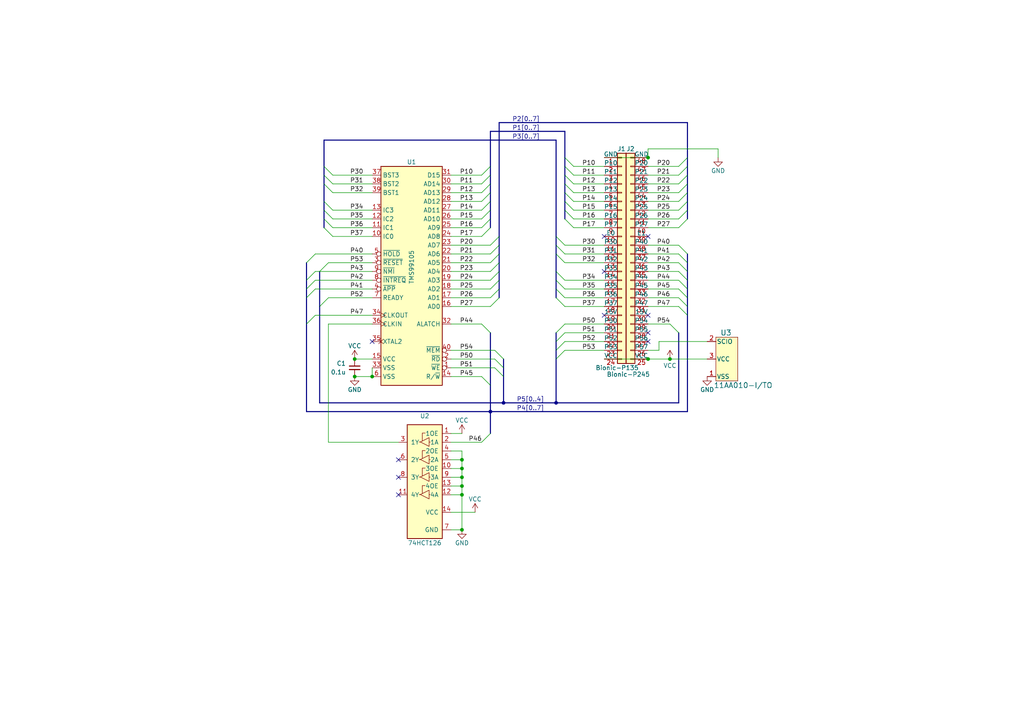
<source format=kicad_sch>
(kicad_sch (version 20230121) (generator eeschema)
  (paper "A4")
  (title_block (title "BionicTMS99105") (date "2022-01-19") (rev "1") (company "Tadashi G. Takaoka"))
  (lib_symbols
    (symbol "0-LocalLibrary:11AA010-I_TO" (pin_names (offset 0.254))
      (property "Reference" "U" (at 2.54 1.27 0))
      (property "Value" "11AA010-I/TO" (at 3.81 -13.97 0))
      (symbol "11AA010-I_TO_1_1"
        (rectangle (start 0 0) (end 6.35 -12.7) (fill (type background)))
        (pin power_in line (at -2.54 -11.43 0) (length 2.54) (name "VSS") (number "1"))
        (pin bidirectional line (at -2.54 -1.27 0) (length 2.54) (name "SCIO") (number "2"))
        (pin power_in line (at -2.54 -6.35 0) (length 2.54) (name "VCC") (number "3"))
      )
    )
    (symbol "0-LocalLibrary:74HCT126" (pin_names (offset 1.016))
      (property "Reference" "U" (at 0 16.51 0))
      (property "Value" "74HCT126" (at 0 -19.05 0))
      (symbol "74HCT126_0_1"
        (polyline (pts (xy -1.2954 10.2108) (xy -1.6002 10.2108)))
        (polyline (pts (xy 1.2954 10.2362) (xy 1.651 10.2362)))
        (polyline (pts (xy 0.7112 10.5664) (xy 0.7112 12.827) (xy -0.127 12.827) (xy -0.1016 12.827)))
      )
      (symbol "74HCT126_1_0"
        (polyline (pts (xy 1.27 10.2362) (xy -1.27 11.5062) (xy -1.27 8.9662) (xy 1.27 10.2362)) (stroke (width 0.1524)))
        (pin input line (at -7.62 12.7 0) (length 2.54) (name "1OE") (number "1"))
        (pin input line (at -7.62 2.54 0) (length 2.54) (name "3OE") (number "10"))
        (pin tri_state line (at 7.62 -5.08 180) (length 2.54) (name "4Y") (number "11"))
        (pin input line (at -7.62 -5.08 0) (length 2.54) (name "4A") (number "12"))
        (pin input line (at -7.62 -2.54 0) (length 2.54) (name "4OE") (number "13"))
        (pin power_in line (at -7.62 -10.16 0) (length 2.54) (name "VCC") (number "14"))
        (pin input line (at -7.62 10.16 0) (length 2.54) (name "1A") (number "2"))
        (pin tri_state line (at 7.62 10.16 180) (length 2.54) (name "1Y") (number "3"))
        (pin input line (at -7.62 7.62 0) (length 2.54) (name "2OE") (number "4"))
        (pin input line (at -7.62 5.08 0) (length 2.54) (name "2A") (number "5"))
        (pin tri_state line (at 7.62 5.08 180) (length 2.54) (name "2Y") (number "6"))
        (pin power_in line (at -7.62 -15.24 0) (length 2.54) (name "GND") (number "7"))
        (pin tri_state line (at 7.62 0 180) (length 2.54) (name "3Y") (number "8"))
        (pin input line (at -7.62 0 0) (length 2.54) (name "3A") (number "9"))
      )
      (symbol "74HCT126_1_1"
        (rectangle (start -5.08 15.24) (end 5.08 -17.78) (stroke (width 0.254)) (fill (type background)))
        (polyline (pts (xy -1.2954 -5.0292) (xy -1.6002 -5.0292)))
        (polyline (pts (xy -1.2954 0.0508) (xy -1.6002 0.0508)))
        (polyline (pts (xy -1.2954 5.1308) (xy -1.6002 5.1308)))
        (polyline (pts (xy 1.2954 -5.0038) (xy 1.651 -5.0038)))
        (polyline (pts (xy 1.2954 0.0762) (xy 1.651 0.0762)))
        (polyline (pts (xy 1.2954 5.1562) (xy 1.651 5.1562)))
        (polyline (pts (xy 0.7112 -4.6736) (xy 0.7112 -2.413) (xy -0.127 -2.413) (xy -0.1016 -2.413)))
        (polyline (pts (xy 0.7112 0.4064) (xy 0.7112 2.667) (xy -0.127 2.667) (xy -0.1016 2.667)))
        (polyline (pts (xy 0.7112 5.4864) (xy 0.7112 7.747) (xy -0.127 7.747) (xy -0.1016 7.747)))
        (polyline (pts (xy 1.27 -5.0038) (xy -1.27 -3.7338) (xy -1.27 -6.2738) (xy 1.27 -5.0038)) (stroke (width 0.1524)))
        (polyline (pts (xy 1.27 0.0762) (xy -1.27 1.3462) (xy -1.27 -1.1938) (xy 1.27 0.0762)) (stroke (width 0.1524)))
        (polyline (pts (xy 1.27 5.1562) (xy -1.27 6.4262) (xy -1.27 3.8862) (xy 1.27 5.1562)) (stroke (width 0.1524)))
      )
    )
    (symbol "0-LocalLibrary:Bionic-P135" (pin_names (offset 0))
      (property "Reference" "J" (at 0 30.48 0))
      (property "Value" "Bionic-P135" (at -1.27 -33.02 0))
      (symbol "Bionic-P135_1_1"
        (rectangle (start -1.27 -30.353) (end 0 -30.607) (stroke (width 0.1524)))
        (rectangle (start -1.27 -27.813) (end 0 -28.067) (stroke (width 0.1524)))
        (rectangle (start -1.27 -25.273) (end 0 -25.527) (stroke (width 0.1524)))
        (rectangle (start -1.27 -22.733) (end 0 -22.987) (stroke (width 0.1524)))
        (rectangle (start -1.27 -20.193) (end 0 -20.447) (stroke (width 0.1524)))
        (rectangle (start -1.27 -17.653) (end 0 -17.907) (stroke (width 0.1524)))
        (rectangle (start -1.27 -15.113) (end 0 -15.367) (stroke (width 0.1524)))
        (rectangle (start -1.27 -12.573) (end 0 -12.827) (stroke (width 0.1524)))
        (rectangle (start -1.27 -10.033) (end 0 -10.287) (stroke (width 0.1524)))
        (rectangle (start -1.27 -7.493) (end 0 -7.747) (stroke (width 0.1524)))
        (rectangle (start -1.27 -4.953) (end 0 -5.207) (stroke (width 0.1524)))
        (rectangle (start -1.27 -2.413) (end 0 -2.667) (stroke (width 0.1524)))
        (rectangle (start -1.27 0.127) (end 0 -0.127) (stroke (width 0.1524)))
        (rectangle (start -1.27 2.667) (end 0 2.413) (stroke (width 0.1524)))
        (rectangle (start -1.27 5.207) (end 0 4.953) (stroke (width 0.1524)))
        (rectangle (start -1.27 7.747) (end 0 7.493) (stroke (width 0.1524)))
        (rectangle (start -1.27 10.287) (end 0 10.033) (stroke (width 0.1524)))
        (rectangle (start -1.27 12.827) (end 0 12.573) (stroke (width 0.1524)))
        (rectangle (start -1.27 15.367) (end 0 15.113) (stroke (width 0.1524)))
        (rectangle (start -1.27 17.907) (end 0 17.653) (stroke (width 0.1524)))
        (rectangle (start -1.27 20.447) (end 0 20.193) (stroke (width 0.1524)))
        (rectangle (start -1.27 22.987) (end 0 22.733) (stroke (width 0.1524)))
        (rectangle (start -1.27 25.527) (end 0 25.273) (stroke (width 0.1524)))
        (rectangle (start -1.27 28.067) (end 0 27.813) (stroke (width 0.1524)))
        (rectangle (start -1.27 29.21) (end 1.27 -31.75) (stroke (width 0.254)) (fill (type background)))
        (pin power_out line (at -5.08 27.94 0) (length 3.81) (name "GND") (number "1"))
        (pin bidirectional line (at -5.08 5.08 0) (length 3.81) (name "E0") (number "10"))
        (pin bidirectional line (at -5.08 2.54 0) (length 3.81) (name "P30") (number "11"))
        (pin bidirectional line (at -5.08 0 0) (length 3.81) (name "P31") (number "12"))
        (pin bidirectional line (at -5.08 -2.54 0) (length 3.81) (name "P32") (number "13"))
        (pin bidirectional line (at -5.08 -5.08 0) (length 3.81) (name "P33") (number "14"))
        (pin bidirectional line (at -5.08 -7.62 0) (length 3.81) (name "P34") (number "15"))
        (pin bidirectional line (at -5.08 -10.16 0) (length 3.81) (name "P35") (number "16"))
        (pin bidirectional line (at -5.08 -12.7 0) (length 3.81) (name "P36") (number "17"))
        (pin bidirectional line (at -5.08 -15.24 0) (length 3.81) (name "P37") (number "18"))
        (pin power_out line (at -5.08 -17.78 0) (length 3.81) (name "15V") (number "19"))
        (pin bidirectional line (at -5.08 25.4 0) (length 3.81) (name "P10") (number "2"))
        (pin bidirectional line (at -5.08 -20.32 0) (length 3.81) (name "P50") (number "20"))
        (pin bidirectional line (at -5.08 -22.86 0) (length 3.81) (name "P51") (number "21"))
        (pin bidirectional line (at -5.08 -25.4 0) (length 3.81) (name "P52") (number "22"))
        (pin bidirectional line (at -5.08 -27.94 0) (length 3.81) (name "P53") (number "23"))
        (pin power_out line (at -5.08 -30.48 0) (length 3.81) (name "VCC") (number "24"))
        (pin bidirectional line (at -5.08 22.86 0) (length 3.81) (name "P11") (number "3"))
        (pin bidirectional line (at -5.08 20.32 0) (length 3.81) (name "P12") (number "4"))
        (pin bidirectional line (at -5.08 17.78 0) (length 3.81) (name "P13") (number "5"))
        (pin bidirectional line (at -5.08 15.24 0) (length 3.81) (name "P14") (number "6"))
        (pin bidirectional line (at -5.08 12.7 0) (length 3.81) (name "P15") (number "7"))
        (pin bidirectional line (at -5.08 10.16 0) (length 3.81) (name "P16") (number "8"))
        (pin bidirectional line (at -5.08 7.62 0) (length 3.81) (name "P17") (number "9"))
      )
    )
    (symbol "0-LocalLibrary:Bionic-P245" (pin_names (offset 0))
      (property "Reference" "J" (at -3.81 30.48 0))
      (property "Value" "Bionic-P245" (at -1.27 -33.02 0))
      (symbol "Bionic-P245_1_1"
        (rectangle (start -5.08 -31.75) (end -2.54 29.21) (stroke (width 0.254)) (fill (type background)))
        (rectangle (start -3.81 -30.607) (end -2.54 -30.353) (stroke (width 0.1524)))
        (rectangle (start -3.81 -28.067) (end -2.54 -27.813) (stroke (width 0.1524)))
        (rectangle (start -3.81 -25.527) (end -2.54 -25.273) (stroke (width 0.1524)))
        (rectangle (start -3.81 -22.987) (end -2.54 -22.733) (stroke (width 0.1524)))
        (rectangle (start -3.81 -20.447) (end -2.54 -20.193) (stroke (width 0.1524)))
        (rectangle (start -3.81 -17.907) (end -2.54 -17.653) (stroke (width 0.1524)))
        (rectangle (start -3.81 -15.367) (end -2.54 -15.113) (stroke (width 0.1524)))
        (rectangle (start -3.81 -12.827) (end -2.54 -12.573) (stroke (width 0.1524)))
        (rectangle (start -3.81 -10.287) (end -2.54 -10.033) (stroke (width 0.1524)))
        (rectangle (start -3.81 -7.747) (end -2.54 -7.493) (stroke (width 0.1524)))
        (rectangle (start -3.81 -5.207) (end -2.54 -4.953) (stroke (width 0.1524)))
        (rectangle (start -3.81 -2.667) (end -2.54 -2.413) (stroke (width 0.1524)))
        (rectangle (start -3.81 -0.127) (end -2.54 0.127) (stroke (width 0.1524)))
        (rectangle (start -3.81 2.413) (end -2.54 2.667) (stroke (width 0.1524)))
        (rectangle (start -3.81 4.953) (end -2.54 5.207) (stroke (width 0.1524)))
        (rectangle (start -3.81 7.493) (end -2.54 7.747) (stroke (width 0.1524)))
        (rectangle (start -3.81 10.033) (end -2.54 10.287) (stroke (width 0.1524)))
        (rectangle (start -3.81 12.573) (end -2.54 12.827) (stroke (width 0.1524)))
        (rectangle (start -3.81 15.113) (end -2.54 15.367) (stroke (width 0.1524)))
        (rectangle (start -3.81 17.653) (end -2.54 17.907) (stroke (width 0.1524)))
        (rectangle (start -3.81 20.193) (end -2.54 20.447) (stroke (width 0.1524)))
        (rectangle (start -3.81 22.733) (end -2.54 22.987) (stroke (width 0.1524)))
        (rectangle (start -3.81 25.273) (end -2.54 25.527) (stroke (width 0.1524)))
        (rectangle (start -3.81 27.813) (end -2.54 28.067) (stroke (width 0.1524)))
        (pin power_in line (at 1.27 -30.48 180) (length 3.81) (name "VCC") (number "25"))
        (pin bidirectional line (at 1.27 -27.94 180) (length 3.81) (name "P57") (number "26"))
        (pin bidirectional line (at 1.27 -25.4 180) (length 3.81) (name "P56") (number "27"))
        (pin bidirectional line (at 1.27 -22.86 180) (length 3.81) (name "P55") (number "28"))
        (pin bidirectional line (at 1.27 -20.32 180) (length 3.81) (name "P54") (number "29"))
        (pin power_in line (at 1.27 -17.78 180) (length 3.81) (name "15V") (number "30"))
        (pin bidirectional line (at 1.27 -15.24 180) (length 3.81) (name "P47") (number "31"))
        (pin bidirectional line (at 1.27 -12.7 180) (length 3.81) (name "P46") (number "32"))
        (pin bidirectional line (at 1.27 -10.16 180) (length 3.81) (name "P45") (number "33"))
        (pin bidirectional line (at 1.27 -7.62 180) (length 3.81) (name "P44") (number "34"))
        (pin bidirectional line (at 1.27 -5.08 180) (length 3.81) (name "P43") (number "35"))
        (pin bidirectional line (at 1.27 -2.54 180) (length 3.81) (name "P42") (number "36"))
        (pin bidirectional line (at 1.27 0 180) (length 3.81) (name "P41") (number "37"))
        (pin bidirectional line (at 1.27 2.54 180) (length 3.81) (name "P40") (number "38"))
        (pin bidirectional line (at 1.27 5.08 180) (length 3.81) (name "E1") (number "39"))
        (pin bidirectional line (at 1.27 7.62 180) (length 3.81) (name "P27") (number "40"))
        (pin bidirectional line (at 1.27 10.16 180) (length 3.81) (name "P26") (number "41"))
        (pin bidirectional line (at 1.27 12.7 180) (length 3.81) (name "P25") (number "42"))
        (pin bidirectional line (at 1.27 15.24 180) (length 3.81) (name "P24") (number "43"))
        (pin bidirectional line (at 1.27 17.78 180) (length 3.81) (name "P23") (number "44"))
        (pin bidirectional line (at 1.27 20.32 180) (length 3.81) (name "P22") (number "45"))
        (pin bidirectional line (at 1.27 22.86 180) (length 3.81) (name "P21") (number "46"))
        (pin bidirectional line (at 1.27 25.4 180) (length 3.81) (name "P20") (number "47"))
        (pin power_in line (at 1.27 27.94 180) (length 3.81) (name "GND") (number "48"))
      )
    )
    (symbol "0-LocalLibrary:TMS99105"
      (property "Reference" "U" (at -1.27 31.75 0))
      (property "Value" "TMS99105" (at 0 -3.81 90))
      (symbol "TMS99105_0_1"
        (rectangle (start -8.89 -33.02) (end 8.89 30.48) (stroke (width 0.254)) (fill (type background)))
      )
      (symbol "TMS99105_1_1"
        (pin output inverted (at 11.43 -27.94 180) (length 2.54) (name "~{WE}") (number "1"))
        (pin input line (at -11.43 10.16 0) (length 2.54) (name "IC0") (number "10"))
        (pin input line (at -11.43 12.7 0) (length 2.54) (name "IC1") (number "11"))
        (pin input line (at -11.43 15.24 0) (length 2.54) (name "IC2") (number "12"))
        (pin input line (at -11.43 17.78 0) (length 2.54) (name "IC3") (number "13"))
        (pin output line (at 11.43 -30.48 180) (length 2.54) (name "R/~{W}") (number "14"))
        (pin power_in line (at -11.43 -25.4 0) (length 2.54) (name "VCC") (number "15"))
        (pin bidirectional line (at 11.43 -10.16 180) (length 2.54) (name "AD0") (number "16"))
        (pin bidirectional line (at 11.43 -7.62 180) (length 2.54) (name "AD1") (number "17"))
        (pin bidirectional line (at 11.43 -5.08 180) (length 2.54) (name "AD2") (number "18"))
        (pin bidirectional line (at 11.43 -2.54 180) (length 2.54) (name "AD3") (number "19"))
        (pin output inverted (at 11.43 -25.4 180) (length 2.54) (name "~{RD}") (number "2"))
        (pin bidirectional line (at 11.43 0 180) (length 2.54) (name "AD4") (number "20"))
        (pin bidirectional line (at 11.43 2.54 180) (length 2.54) (name "AD5") (number "21"))
        (pin bidirectional line (at 11.43 5.08 180) (length 2.54) (name "AD6") (number "22"))
        (pin bidirectional line (at 11.43 7.62 180) (length 2.54) (name "AD7") (number "23"))
        (pin bidirectional line (at 11.43 10.16 180) (length 2.54) (name "AD8") (number "24"))
        (pin bidirectional line (at 11.43 12.7 180) (length 2.54) (name "AD9") (number "25"))
        (pin bidirectional line (at 11.43 15.24 180) (length 2.54) (name "AD10") (number "26"))
        (pin bidirectional line (at 11.43 17.78 180) (length 2.54) (name "AD11") (number "27"))
        (pin bidirectional line (at 11.43 20.32 180) (length 2.54) (name "AD12") (number "28"))
        (pin bidirectional line (at 11.43 22.86 180) (length 2.54) (name "AD13") (number "29"))
        (pin input inverted (at -11.43 2.54 0) (length 2.54) (name "~{RESET}") (number "3"))
        (pin bidirectional line (at 11.43 25.4 180) (length 2.54) (name "AD14") (number "30"))
        (pin bidirectional line (at 11.43 27.94 180) (length 2.54) (name "D15") (number "31"))
        (pin output line (at 11.43 -15.24 180) (length 2.54) (name "ALATCH") (number "32"))
        (pin power_in line (at -11.43 -27.94 0) (length 2.54) (name "VSS") (number "33"))
        (pin output clock (at -11.43 -12.7 0) (length 2.54) (name "CLKOUT") (number "34"))
        (pin passive non_logic (at -11.43 -20.32 0) (length 2.54) (name "XTAL2") (number "35"))
        (pin input clock (at -11.43 -15.24 0) (length 2.54) (name "CLKIN") (number "36"))
        (pin output line (at -11.43 27.94 0) (length 2.54) (name "BST3") (number "37"))
        (pin output line (at -11.43 25.4 0) (length 2.54) (name "BST2") (number "38"))
        (pin output line (at -11.43 22.86 0) (length 2.54) (name "BST1") (number "39"))
        (pin input inverted (at -11.43 -5.08 0) (length 2.54) (name "~{APP}") (number "4"))
        (pin output inverted (at 11.43 -22.86 180) (length 2.54) (name "~{MEM}") (number "40"))
        (pin input inverted (at -11.43 5.08 0) (length 2.54) (name "~{HOLD}") (number "5"))
        (pin power_in line (at -11.43 -30.48 0) (length 2.54) (name "VSS") (number "6"))
        (pin input line (at -11.43 -7.62 0) (length 2.54) (name "READY") (number "7"))
        (pin input inverted (at -11.43 -2.54 0) (length 2.54) (name "~{INTREQ}") (number "8"))
        (pin input inverted (at -11.43 0 0) (length 2.54) (name "~{NMI}") (number "9"))
      )
    )
    (symbol "Device:C_Small" (pin_numbers hide) (pin_names (offset 0.254) hide)
      (property "Reference" "C" (at 0.254 1.778 0))
      (property "Value" "C_Small" (at 0.254 -2.032 0))
      (symbol "C_Small_0_1"
        (polyline (pts (xy -1.524 -0.508) (xy 1.524 -0.508)) (stroke (width 0.3302)))
        (polyline (pts (xy -1.524 0.508) (xy 1.524 0.508)) (stroke (width 0.3048)))
      )
      (symbol "C_Small_1_1"
        (pin passive line (at 0 2.54 270) (length 2.032) (name "~") (number "1"))
        (pin passive line (at 0 -2.54 90) (length 2.032) (name "~") (number "2"))
      )
    )
    (symbol "VCC_1" (power) (pin_names (offset 0))
      (property "Value" "VCC_1" (at 0 3.81 0))
      (symbol "VCC_1_0_1"
        (polyline (pts (xy -0.762 1.27) (xy 0 2.54)))
        (polyline (pts (xy 0 0) (xy 0 2.54)))
        (polyline (pts (xy 0 2.54) (xy 0.762 1.27)))
      )
      (symbol "VCC_1_1_1"
        (pin power_in line (at 0 0 90) (length 0) hide (name "VCC") (number "1"))
      )
    )
    (symbol "power:GND" (power) (pin_names (offset 0))
      (property "Value" "GND" (at 0 -3.81 0))
      (symbol "GND_0_1"
        (polyline (pts (xy 0 0) (xy 0 -1.27) (xy 1.27 -1.27) (xy 0 -2.54) (xy -1.27 -1.27) (xy 0 -1.27)))
      )
      (symbol "GND_1_1"
        (pin power_in line (at 0 0 270) (length 0) hide (name "GND") (number "1"))
      )
    )
  )
  (junction (at 133.985 140.97))
  (junction (at 194.31 104.14))
  (junction (at 133.985 153.67))
  (junction (at 102.87 109.22))
  (junction (at 146.05 116.84))
  (junction (at 133.985 143.51))
  (junction (at 187.96 104.14))
  (junction (at 187.96 45.72))
  (junction (at 133.985 135.89))
  (junction (at 102.87 104.14))
  (junction (at 133.985 138.43))
  (junction (at 107.95 109.22))
  (junction (at 161.29 116.84))
  (junction (at 133.985 133.35))
  (junction (at 142.24 119.38))
  (no_connect (at 175.26 91.44))
  (no_connect (at 187.96 91.44))
  (no_connect (at 187.96 96.52))
  (no_connect (at 115.57 143.51))
  (no_connect (at 187.96 99.06))
  (no_connect (at 187.96 68.58))
  (no_connect (at 107.95 99.06))
  (no_connect (at 175.26 68.58))
  (no_connect (at 115.57 138.43))
  (no_connect (at 175.26 78.74))
  (no_connect (at 115.57 133.35))
  (bus_entry (at 91.44 73.66) (size -2.54 2.54))
  (bus_entry (at 143.51 101.6) (size 2.54 2.54))
  (bus_entry (at 166.37 53.34) (size -2.54 -2.54))
  (bus_entry (at 199.39 55.88) (size -2.54 2.54))
  (bus_entry (at 196.85 96.52) (size -2.54 -2.54))
  (bus_entry (at 163.83 93.98) (size -2.54 2.54))
  (bus_entry (at 144.78 78.74) (size -2.54 2.54))
  (bus_entry (at 163.83 96.52) (size -2.54 2.54))
  (bus_entry (at 139.7 60.96) (size 2.54 -2.54))
  (bus_entry (at 142.24 96.52) (size -2.54 -2.54))
  (bus_entry (at 163.83 71.12) (size -2.54 -2.54))
  (bus_entry (at 143.51 106.68) (size 2.54 2.54))
  (bus_entry (at 92.71 88.9) (size 2.54 -2.54))
  (bus_entry (at 139.7 55.88) (size 2.54 -2.54))
  (bus_entry (at 163.83 99.06) (size -2.54 2.54))
  (bus_entry (at 166.37 50.8) (size -2.54 -2.54))
  (bus_entry (at 199.39 48.26) (size -2.54 2.54))
  (bus_entry (at 144.78 86.36) (size -2.54 2.54))
  (bus_entry (at 161.29 86.36) (size 2.54 2.54))
  (bus_entry (at 199.39 60.96) (size -2.54 2.54))
  (bus_entry (at 199.39 45.72) (size -2.54 2.54))
  (bus_entry (at 143.51 104.14) (size 2.54 2.54))
  (bus_entry (at 139.7 66.04) (size 2.54 -2.54))
  (bus_entry (at 96.52 66.04) (size -2.54 -2.54))
  (bus_entry (at 196.85 73.66) (size 2.54 2.54))
  (bus_entry (at 196.85 88.9) (size 2.54 2.54))
  (bus_entry (at 139.7 58.42) (size 2.54 -2.54))
  (bus_entry (at 199.39 58.42) (size -2.54 2.54))
  (bus_entry (at 161.29 73.66) (size 2.54 2.54))
  (bus_entry (at 163.83 101.6) (size -2.54 2.54))
  (bus_entry (at 142.24 125.73) (size -2.54 2.54))
  (bus_entry (at 96.52 60.96) (size -2.54 -2.54))
  (bus_entry (at 96.52 68.58) (size -2.54 -2.54))
  (bus_entry (at 91.44 81.28) (size -2.54 2.54))
  (bus_entry (at 96.52 53.34) (size -2.54 -2.54))
  (bus_entry (at 144.78 81.28) (size -2.54 2.54))
  (bus_entry (at 199.39 50.8) (size -2.54 2.54))
  (bus_entry (at 166.37 60.96) (size -2.54 -2.54))
  (bus_entry (at 96.52 55.88) (size -2.54 -2.54))
  (bus_entry (at 92.71 78.74) (size 2.54 -2.54))
  (bus_entry (at 196.85 83.82) (size 2.54 2.54))
  (bus_entry (at 144.78 73.66) (size -2.54 2.54))
  (bus_entry (at 142.24 111.76) (size -2.54 -2.54))
  (bus_entry (at 166.37 66.04) (size -2.54 -2.54))
  (bus_entry (at 139.7 53.34) (size 2.54 -2.54))
  (bus_entry (at 139.7 50.8) (size 2.54 -2.54))
  (bus_entry (at 196.85 81.28) (size 2.54 2.54))
  (bus_entry (at 196.85 76.2) (size 2.54 2.54))
  (bus_entry (at 161.29 81.28) (size 2.54 2.54))
  (bus_entry (at 144.78 83.82) (size -2.54 2.54))
  (bus_entry (at 144.78 71.12) (size -2.54 2.54))
  (bus_entry (at 91.44 78.74) (size -2.54 2.54))
  (bus_entry (at 196.85 71.12) (size 2.54 2.54))
  (bus_entry (at 144.78 68.58) (size -2.54 2.54))
  (bus_entry (at 91.44 83.82) (size -2.54 2.54))
  (bus_entry (at 161.29 71.12) (size 2.54 2.54))
  (bus_entry (at 166.37 48.26) (size -2.54 -2.54))
  (bus_entry (at 199.39 63.5) (size -2.54 2.54))
  (bus_entry (at 166.37 55.88) (size -2.54 -2.54))
  (bus_entry (at 91.44 91.44) (size -2.54 2.54))
  (bus_entry (at 139.7 68.58) (size 2.54 -2.54))
  (bus_entry (at 196.85 78.74) (size 2.54 2.54))
  (bus_entry (at 96.52 63.5) (size -2.54 -2.54))
  (bus_entry (at 161.29 83.82) (size 2.54 2.54))
  (bus_entry (at 199.39 53.34) (size -2.54 2.54))
  (bus_entry (at 166.37 63.5) (size -2.54 -2.54))
  (bus_entry (at 199.39 88.9) (size -2.54 -2.54))
  (bus_entry (at 166.37 58.42) (size -2.54 -2.54))
  (bus_entry (at 96.52 50.8) (size -2.54 -2.54))
  (bus_entry (at 161.29 78.74) (size 2.54 2.54))
  (bus_entry (at 144.78 76.2) (size -2.54 2.54))
  (bus_entry (at 139.7 63.5) (size 2.54 -2.54))
  (wire (pts (xy 187.96 93.98) (xy 194.31 93.98)))
  (wire (pts (xy 130.81 130.81) (xy 133.985 130.81)))
  (wire (pts (xy 187.96 73.66) (xy 196.85 73.66)))
  (wire (pts (xy 102.87 104.14) (xy 107.95 104.14)))
  (wire (pts (xy 175.26 76.2) (xy 163.83 76.2)))
  (wire (pts (xy 187.96 63.5) (xy 196.85 63.5)))
  (wire (pts (xy 130.81 93.98) (xy 139.7 93.98)))
  (bus (pts (xy 161.29 81.28) (xy 161.29 83.82)))
  (wire (pts (xy 187.96 43.18) (xy 187.96 45.72)))
  (wire (pts (xy 95.25 93.98) (xy 107.95 93.98)))
  (bus (pts (xy 199.39 88.9) (xy 199.39 91.44)))
  (bus (pts (xy 88.9 86.36) (xy 88.9 93.98)))
  (bus (pts (xy 146.05 116.84) (xy 92.71 116.84)))
  (wire (pts (xy 130.81 66.04) (xy 139.7 66.04)))
  (bus (pts (xy 199.39 48.26) (xy 199.39 50.8)))
  (bus (pts (xy 144.78 83.82) (xy 144.78 86.36)))
  (bus (pts (xy 142.24 63.5) (xy 142.24 66.04)))
  (wire (pts (xy 130.81 53.34) (xy 139.7 53.34)))
  (wire (pts (xy 175.26 104.14) (xy 187.96 104.14)))
  (wire (pts (xy 175.26 81.28) (xy 163.83 81.28)))
  (bus (pts (xy 142.24 119.38) (xy 199.39 119.38)))
  (wire (pts (xy 130.81 133.35) (xy 133.985 133.35)))
  (bus (pts (xy 161.29 101.6) (xy 161.29 104.14)))
  (wire (pts (xy 115.57 128.27) (xy 95.25 128.27)))
  (bus (pts (xy 93.98 48.26) (xy 93.98 50.8)))
  (wire (pts (xy 130.81 71.12) (xy 142.24 71.12)))
  (bus (pts (xy 144.78 68.58) (xy 144.78 71.12)))
  (wire (pts (xy 163.83 93.98) (xy 175.26 93.98)))
  (wire (pts (xy 91.44 78.74) (xy 92.71 78.74)))
  (wire (pts (xy 187.96 88.9) (xy 196.85 88.9)))
  (wire (pts (xy 130.81 106.68) (xy 143.51 106.68)))
  (bus (pts (xy 93.98 58.42) (xy 93.98 60.96)))
  (bus (pts (xy 199.39 86.36) (xy 199.39 88.9)))
  (wire (pts (xy 175.26 53.34) (xy 166.37 53.34)))
  (bus (pts (xy 93.98 50.8) (xy 93.98 53.34)))
  (bus (pts (xy 146.05 109.22) (xy 146.05 116.84)))
  (wire (pts (xy 163.83 96.52) (xy 175.26 96.52)))
  (wire (pts (xy 130.81 76.2) (xy 142.24 76.2)))
  (bus (pts (xy 142.24 55.88) (xy 142.24 58.42)))
  (bus (pts (xy 199.39 50.8) (xy 199.39 53.34)))
  (wire (pts (xy 163.83 99.06) (xy 175.26 99.06)))
  (wire (pts (xy 163.83 88.9) (xy 175.26 88.9)))
  (wire (pts (xy 175.26 83.82) (xy 163.83 83.82)))
  (wire (pts (xy 130.81 58.42) (xy 139.7 58.42)))
  (bus (pts (xy 161.29 99.06) (xy 161.29 101.6)))
  (wire (pts (xy 187.96 53.34) (xy 196.85 53.34)))
  (wire (pts (xy 187.96 86.36) (xy 196.85 86.36)))
  (bus (pts (xy 146.05 104.14) (xy 146.05 106.68)))
  (wire (pts (xy 130.81 60.96) (xy 139.7 60.96)))
  (wire (pts (xy 133.985 143.51) (xy 133.985 153.67)))
  (bus (pts (xy 163.83 55.88) (xy 163.83 58.42)))
  (bus (pts (xy 163.83 50.8) (xy 163.83 53.34)))
  (wire (pts (xy 130.81 88.9) (xy 142.24 88.9)))
  (wire (pts (xy 130.81 55.88) (xy 139.7 55.88)))
  (wire (pts (xy 130.81 143.51) (xy 133.985 143.51)))
  (bus (pts (xy 199.39 83.82) (xy 199.39 86.36)))
  (wire (pts (xy 130.81 63.5) (xy 139.7 63.5)))
  (wire (pts (xy 175.26 48.26) (xy 166.37 48.26)))
  (bus (pts (xy 93.98 60.96) (xy 93.98 63.5)))
  (wire (pts (xy 91.44 83.82) (xy 107.95 83.82)))
  (bus (pts (xy 161.29 83.82) (xy 161.29 86.36)))
  (bus (pts (xy 142.24 38.1) (xy 163.83 38.1)))
  (wire (pts (xy 107.95 50.8) (xy 96.52 50.8)))
  (wire (pts (xy 130.81 78.74) (xy 142.24 78.74)))
  (bus (pts (xy 142.24 53.34) (xy 142.24 55.88)))
  (bus (pts (xy 142.24 60.96) (xy 142.24 63.5)))
  (wire (pts (xy 107.95 60.96) (xy 96.52 60.96)))
  (bus (pts (xy 142.24 48.26) (xy 142.24 50.8)))
  (bus (pts (xy 144.78 76.2) (xy 144.78 78.74)))
  (wire (pts (xy 130.81 104.14) (xy 143.51 104.14)))
  (bus (pts (xy 161.29 96.52) (xy 161.29 99.06)))
  (wire (pts (xy 130.81 153.67) (xy 133.985 153.67)))
  (wire (pts (xy 187.96 83.82) (xy 196.85 83.82)))
  (wire (pts (xy 187.96 81.28) (xy 196.85 81.28)))
  (bus (pts (xy 161.29 78.74) (xy 161.29 81.28)))
  (bus (pts (xy 163.83 53.34) (xy 163.83 55.88)))
  (bus (pts (xy 196.85 96.52) (xy 196.85 116.84)))
  (wire (pts (xy 163.83 86.36) (xy 175.26 86.36)))
  (wire (pts (xy 191.135 99.06) (xy 205.105 99.06)))
  (wire (pts (xy 187.96 55.88) (xy 196.85 55.88)))
  (bus (pts (xy 146.05 106.68) (xy 146.05 109.22)))
  (wire (pts (xy 175.26 58.42) (xy 166.37 58.42)))
  (wire (pts (xy 130.81 109.22) (xy 139.7 109.22)))
  (bus (pts (xy 93.98 53.34) (xy 93.98 58.42)))
  (wire (pts (xy 130.81 101.6) (xy 143.51 101.6)))
  (wire (pts (xy 187.96 48.26) (xy 196.85 48.26)))
  (wire (pts (xy 95.25 86.36) (xy 107.95 86.36)))
  (bus (pts (xy 199.39 45.72) (xy 199.39 48.26)))
  (bus (pts (xy 144.78 73.66) (xy 144.78 76.2)))
  (wire (pts (xy 163.83 101.6) (xy 175.26 101.6)))
  (wire (pts (xy 130.81 128.27) (xy 139.7 128.27)))
  (wire (pts (xy 187.96 43.18) (xy 208.28 43.18)))
  (bus (pts (xy 93.98 63.5) (xy 93.98 66.04)))
  (bus (pts (xy 88.9 119.38) (xy 142.24 119.38)))
  (bus (pts (xy 144.78 35.56) (xy 199.39 35.56)))
  (wire (pts (xy 175.26 73.66) (xy 163.83 73.66)))
  (bus (pts (xy 142.24 38.1) (xy 142.24 48.26)))
  (wire (pts (xy 107.95 55.88) (xy 96.52 55.88)))
  (wire (pts (xy 130.81 50.8) (xy 139.7 50.8)))
  (bus (pts (xy 161.29 116.84) (xy 146.05 116.84)))
  (wire (pts (xy 133.985 133.35) (xy 133.985 135.89)))
  (wire (pts (xy 107.95 106.68) (xy 107.95 109.22)))
  (bus (pts (xy 199.39 35.56) (xy 199.39 45.72)))
  (bus (pts (xy 163.83 48.26) (xy 163.83 50.8)))
  (wire (pts (xy 95.25 128.27) (xy 95.25 93.98)))
  (bus (pts (xy 144.78 81.28) (xy 144.78 83.82)))
  (wire (pts (xy 175.26 71.12) (xy 163.83 71.12)))
  (wire (pts (xy 130.81 125.73) (xy 133.985 125.73)))
  (wire (pts (xy 107.95 68.58) (xy 96.52 68.58)))
  (bus (pts (xy 163.83 38.1) (xy 163.83 45.72)))
  (wire (pts (xy 187.96 101.6) (xy 191.135 101.6)))
  (bus (pts (xy 199.39 81.28) (xy 199.39 83.82)))
  (bus (pts (xy 142.24 58.42) (xy 142.24 60.96)))
  (wire (pts (xy 133.985 138.43) (xy 133.985 140.97)))
  (bus (pts (xy 199.39 91.44) (xy 199.39 119.38)))
  (bus (pts (xy 144.78 71.12) (xy 144.78 73.66)))
  (bus (pts (xy 142.24 50.8) (xy 142.24 53.34)))
  (wire (pts (xy 107.95 73.66) (xy 91.44 73.66)))
  (bus (pts (xy 142.24 111.76) (xy 142.24 119.38)))
  (bus (pts (xy 88.9 83.82) (xy 88.9 86.36)))
  (bus (pts (xy 161.29 73.66) (xy 161.29 78.74)))
  (wire (pts (xy 133.985 130.81) (xy 133.985 133.35)))
  (wire (pts (xy 175.26 66.04) (xy 166.37 66.04)))
  (wire (pts (xy 194.31 104.14) (xy 205.105 104.14)))
  (bus (pts (xy 196.85 116.84) (xy 161.29 116.84)))
  (wire (pts (xy 107.95 81.28) (xy 91.44 81.28)))
  (wire (pts (xy 187.96 66.04) (xy 196.85 66.04)))
  (wire (pts (xy 130.81 148.59) (xy 137.795 148.59)))
  (bus (pts (xy 199.39 78.74) (xy 199.39 81.28)))
  (wire (pts (xy 130.81 135.89) (xy 133.985 135.89)))
  (wire (pts (xy 107.95 63.5) (xy 96.52 63.5)))
  (bus (pts (xy 163.83 60.96) (xy 163.83 63.5)))
  (wire (pts (xy 92.71 78.74) (xy 107.95 78.74)))
  (wire (pts (xy 130.81 73.66) (xy 142.24 73.66)))
  (bus (pts (xy 92.71 78.74) (xy 92.71 88.9)))
  (bus (pts (xy 161.29 71.12) (xy 161.29 73.66)))
  (bus (pts (xy 88.9 93.98) (xy 88.9 119.38)))
  (bus (pts (xy 142.24 119.38) (xy 142.24 125.73)))
  (bus (pts (xy 199.39 55.88) (xy 199.39 58.42)))
  (wire (pts (xy 187.96 71.12) (xy 196.85 71.12)))
  (wire (pts (xy 130.81 68.58) (xy 139.7 68.58)))
  (bus (pts (xy 144.78 78.74) (xy 144.78 81.28)))
  (bus (pts (xy 163.83 58.42) (xy 163.83 60.96)))
  (bus (pts (xy 199.39 58.42) (xy 199.39 60.96)))
  (bus (pts (xy 199.39 73.66) (xy 199.39 76.2)))
  (wire (pts (xy 187.96 104.14) (xy 194.31 104.14)))
  (wire (pts (xy 102.87 109.22) (xy 107.95 109.22)))
  (wire (pts (xy 208.28 43.18) (xy 208.28 45.72)))
  (wire (pts (xy 187.96 50.8) (xy 196.85 50.8)))
  (wire (pts (xy 130.81 81.28) (xy 142.24 81.28)))
  (wire (pts (xy 130.81 86.36) (xy 142.24 86.36)))
  (bus (pts (xy 92.71 88.9) (xy 92.71 116.84)))
  (bus (pts (xy 144.78 68.58) (xy 144.78 35.56)))
  (wire (pts (xy 175.26 63.5) (xy 166.37 63.5)))
  (wire (pts (xy 95.25 76.2) (xy 107.95 76.2)))
  (wire (pts (xy 130.81 83.82) (xy 142.24 83.82)))
  (bus (pts (xy 199.39 76.2) (xy 199.39 78.74)))
  (wire (pts (xy 133.985 135.89) (xy 133.985 138.43)))
  (wire (pts (xy 133.985 140.97) (xy 133.985 143.51)))
  (bus (pts (xy 161.29 104.14) (xy 161.29 116.84)))
  (wire (pts (xy 187.96 76.2) (xy 196.85 76.2)))
  (wire (pts (xy 191.135 101.6) (xy 191.135 99.06)))
  (wire (pts (xy 187.96 58.42) (xy 196.85 58.42)))
  (bus (pts (xy 199.39 53.34) (xy 199.39 55.88)))
  (bus (pts (xy 93.98 40.64) (xy 161.29 40.64)))
  (wire (pts (xy 107.95 53.34) (xy 96.52 53.34)))
  (wire (pts (xy 175.26 60.96) (xy 166.37 60.96)))
  (wire (pts (xy 187.96 78.74) (xy 196.85 78.74)))
  (wire (pts (xy 130.81 138.43) (xy 133.985 138.43)))
  (wire (pts (xy 107.95 66.04) (xy 96.52 66.04)))
  (bus (pts (xy 142.24 96.52) (xy 142.24 111.76)))
  (bus (pts (xy 161.29 40.64) (xy 161.29 68.58)))
  (bus (pts (xy 163.83 45.72) (xy 163.83 48.26)))
  (bus (pts (xy 88.9 81.28) (xy 88.9 83.82)))
  (bus (pts (xy 199.39 60.96) (xy 199.39 63.5)))
  (wire (pts (xy 130.81 140.97) (xy 133.985 140.97)))
  (wire (pts (xy 175.26 55.88) (xy 166.37 55.88)))
  (bus (pts (xy 93.98 40.64) (xy 93.98 48.26)))
  (wire (pts (xy 175.26 45.72) (xy 187.96 45.72)))
  (bus (pts (xy 161.29 68.58) (xy 161.29 71.12)))
  (wire (pts (xy 107.95 91.44) (xy 91.44 91.44)))
  (wire (pts (xy 175.26 50.8) (xy 166.37 50.8)))
  (wire (pts (xy 187.96 60.96) (xy 196.85 60.96)))
  (bus (pts (xy 88.9 76.2) (xy 88.9 81.28)))
  (label "P2[0..7]" (at 148.59 35.56 0))
  (label "P14" (at 172.72 58.42 180))
  (label "P10" (at 172.72 48.26 180))
  (label "P30" (at 105.41 50.8 180))
  (label "P40" (at 190.5 71.12 0))
  (label "P26" (at 190.5 63.5 0))
  (label "P36" (at 105.41 66.04 180))
  (label "P54" (at 190.5 93.98 0))
  (label "P21" (at 190.5 50.8 0))
  (label "P37" (at 105.41 68.58 180))
  (label "P15" (at 172.72 60.96 180))
  (label "P24" (at 190.5 58.42 0))
  (label "P25" (at 190.5 60.96 0))
  (label "P34" (at 105.41 60.96 180))
  (label "P50" (at 172.72 93.98 180))
  (label "P42" (at 190.5 76.2 0))
  (label "P24" (at 133.35 81.28 0))
  (label "P4[0..7]" (at 149.86 119.38 0))
  (label "P15" (at 133.35 63.5 0))
  (label "P13" (at 133.35 58.42 0))
  (label "P32" (at 105.41 55.88 180))
  (label "P23" (at 133.35 78.74 0))
  (label "P51" (at 133.35 106.68 0))
  (label "P3[0..7]" (at 148.59 40.64 0))
  (label "P23" (at 190.5 55.88 0))
  (label "P51" (at 172.72 96.52 180))
  (label "P52" (at 172.72 99.06 180))
  (label "P21" (at 133.35 73.66 0))
  (label "P17" (at 172.72 66.04 180))
  (label "P25" (at 133.35 83.82 0))
  (label "P12" (at 172.72 53.34 180))
  (label "P41" (at 190.5 73.66 0))
  (label "P16" (at 133.35 66.04 0))
  (label "P20" (at 190.5 48.26 0))
  (label "P40" (at 105.41 73.66 180))
  (label "P47" (at 190.5 88.9 0))
  (label "P22" (at 190.5 53.34 0))
  (label "P46" (at 190.5 86.36 0))
  (label "P47" (at 105.41 91.44 180))
  (label "P52" (at 105.41 86.36 180))
  (label "P16" (at 172.72 63.5 180))
  (label "P53" (at 105.41 76.2 180))
  (label "P35" (at 172.72 83.82 180))
  (label "P54" (at 133.35 101.6 0))
  (label "P37" (at 172.72 88.9 180))
  (label "P27" (at 133.35 88.9 0))
  (label "P27" (at 190.5 66.04 0))
  (label "P17" (at 133.35 68.58 0))
  (label "P31" (at 105.41 53.34 180))
  (label "P44" (at 133.35 93.98 0))
  (label "P42" (at 105.41 81.28 180))
  (label "P5[0..4]" (at 149.86 116.84 0))
  (label "P12" (at 133.35 55.88 0))
  (label "P11" (at 172.72 50.8 180))
  (label "P43" (at 105.41 78.74 180))
  (label "P11" (at 133.35 53.34 0))
  (label "P31" (at 172.72 73.66 180))
  (label "P10" (at 133.35 50.8 0))
  (label "P50" (at 133.35 104.14 0))
  (label "P14" (at 133.35 60.96 0))
  (label "P22" (at 133.35 76.2 0))
  (label "P34" (at 172.72 81.28 180))
  (label "P26" (at 133.35 86.36 0))
  (label "P30" (at 172.72 71.12 180))
  (label "P20" (at 133.35 71.12 0))
  (label "P45" (at 133.35 109.22 0))
  (label "P35" (at 105.41 63.5 180))
  (label "P45" (at 190.5 83.82 0))
  (label "P36" (at 172.72 86.36 180))
  (label "P53" (at 172.72 101.6 180))
  (label "P43" (at 190.5 78.74 0))
  (label "P44" (at 190.5 81.28 0))
  (label "P41" (at 105.41 83.82 180))
  (label "P13" (at 172.72 55.88 180))
  (label "P1[0..7]" (at 148.59 38.1 0))
  (label "P46" (at 135.89 128.27 0))
  (label "P32" (at 172.72 76.2 180))
  (symbol (lib_id "Device:C_Small") (at 102.87 106.68 0) (mirror y) (unit 1)
    (property "Reference" "C1" (at 100.33 105.41 0) (effects (justify left)))
    (property "Value" "0.1u" (at 100.33 107.95 0) (effects (justify left)))
    (property "Footprint" "Capacitor_THT:C_Disc_D3.4mm_W2.1mm_P2.50mm" (effects hide))
  )
  (symbol (lib_id "0-LocalLibrary:74HCT126") (at 123.19 138.43 0) (mirror y) (unit 1)
    (property "Reference" "U2" (at 123.19 120.65 0))
    (property "Value" "74HCT126" (at 123.19 157.48 0))
    (property "Footprint" "Package_DIP:DIP-14_W7.62mm" (effects hide))
    (property "Datasheet" "https://www.ti.com/lit/ds/symlink/cd74hct126.pdf" (effects hide))
  )
  (symbol (lib_id "0-LocalLibrary:TMS99105") (at 119.38 78.74 0) (unit 1)
    (property "Reference" "U1" (at 119.38 46.99 0))
    (property "Value" "TMS99105" (at 119.38 77.47 90))
    (property "Footprint" "Package_DIP:DIP-40_W15.24mm" (effects hide))
    (property "Datasheet" "http://www.bitsavers.org/components/ti/TMS9900/TMS99105A_and_TMS99110A_16-Bit_Microprocessors_Preliminary_Data_Manual_Nov82.pdf" (effects hide))
  )
  (symbol (lib_id "power:GND") (at 208.28 45.72 0) (unit 1)
    (property "Reference" "#PWR01" (effects hide))
    (property "Value" "GND" (at 208.28 49.53 0))
  )
  (symbol (lib_name "VCC_1") (lib_id "power:VCC") (at 137.795 148.59 0) (unit 1)
    (property "Reference" "#PWR06" (effects hide))
    (property "Value" "VCC" (at 137.795 144.78 0))
  )
  (symbol (lib_name "VCC_1") (lib_id "power:VCC") (at 102.87 104.14 0) (unit 1)
    (property "Reference" "#PWR04" (effects hide))
    (property "Value" "VCC" (at 102.87 100.33 0))
  )
  (symbol (lib_name "VCC_1") (lib_id "power:VCC") (at 194.31 104.14 0) (unit 1)
    (property "Reference" "#PWR07" (effects hide))
    (property "Value" "VCC" (at 194.31 106.045 0))
  )
  (symbol (lib_id "power:GND") (at 102.87 109.22 0) (unit 1)
    (property "Reference" "#PWR03" (effects hide))
    (property "Value" "GND" (at 102.87 113.03 0))
  )
  (symbol (lib_id "power:GND") (at 205.105 109.22 0) (unit 1)
    (property "Reference" "#PWR08" (effects hide))
    (property "Value" "GND" (at 205.105 113.03 0))
  )
  (symbol (lib_id "0-LocalLibrary:Bionic-P135") (at 180.34 73.66 0) (unit 1)
    (property "Reference" "J1" (at 179.07 43.18 0) (effects (justify left)))
    (property "Value" "Bionic-P135" (at 172.72 106.68 0) (effects (justify left)))
    (property "Footprint" "connector:Bionic-P135_Vertical" (effects hide))
  )
  (symbol (lib_id "0-LocalLibrary:Bionic-P245") (at 186.69 73.66 0) (unit 1)
    (property "Reference" "J2" (at 182.88 43.18 0))
    (property "Value" "Bionic-P245" (at 182.245 108.585 0))
    (property "Footprint" "connector:Bionic-P245_Vertical" (effects hide))
  )
  (symbol (lib_id "power:GND") (at 133.985 153.67 0) (unit 1)
    (property "Reference" "#PWR02" (effects hide))
    (property "Value" "GND" (at 133.985 157.48 0))
  )
  (symbol (lib_name "VCC_1") (lib_id "power:VCC") (at 133.985 125.73 0) (unit 1)
    (property "Reference" "#PWR05" (effects hide))
    (property "Value" "VCC" (at 133.985 121.92 0))
  )
  (symbol (lib_id "0-LocalLibrary:11AA010-I_TO") (at 207.645 97.79 0) (unit 1)
    (property "Reference" "U3" (at 208.915 96.52 0) (effects (font (size 1.524 1.524)) (justify left)))
    (property "Value" "11AA010-I/TO" (at 207.01 111.76 0) (effects (font (size 1.524 1.524)) (justify left)))
    (property "Footprint" "TO-92_MC_MCH" (effects hide))
    (property "Datasheet" "11AA010-I/TO" (effects hide))
  )
)
</source>
